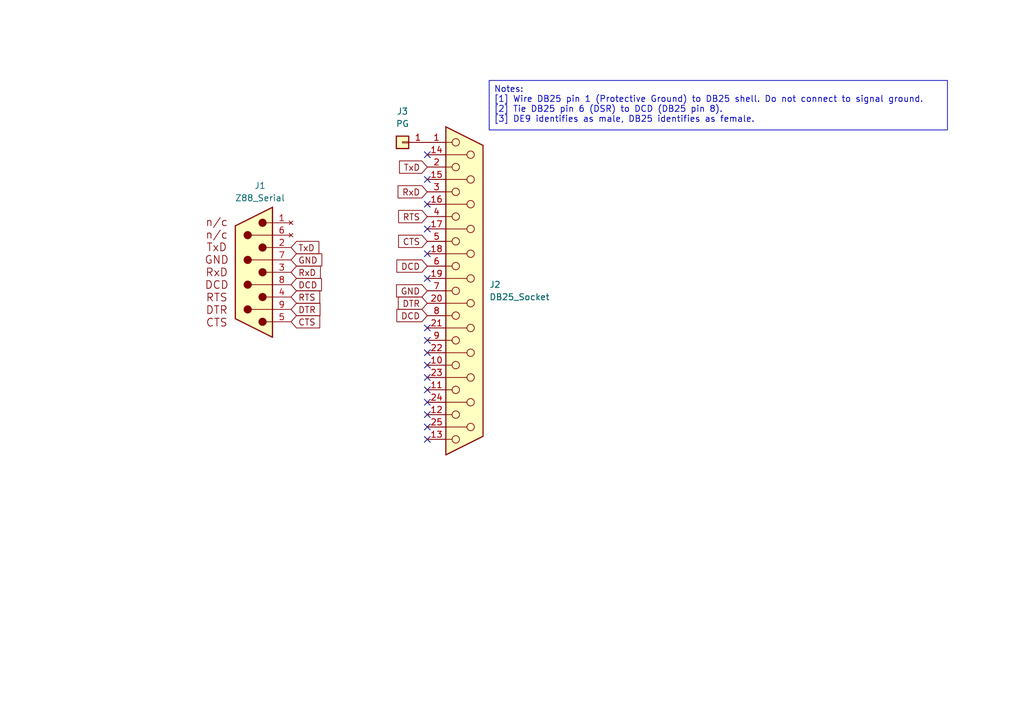
<source format=kicad_sch>
(kicad_sch (version 20250114) (generator "eeschema") (generator_version "9.0")
  (paper "A5")
  (title_block (title "Z88 Serial to DB25") (date "19-Jun-2025") (rev "A") (company "Brett Hallen") (comment 1 "www.youtube.com/@Brfff"))
  (lib_symbols
    (symbol "Clueless_Engineer:Z88_DE9"
      (property "Reference" "J" (at -4.5303 4.5748 0))
      (property "Value" "Z88_Serial" (at 0 2.54 0))
      (symbol "Z88_DE9_0_1"
        (circle (center -1.27 -5.08) (radius 0.762) (fill (type outline)))
        (circle (center -1.27 -10.16) (radius 0.762) (fill (type outline)))
        (circle (center -1.27 -15.24) (radius 0.762) (fill (type outline)))
        (circle (center -1.27 -20.32) (radius 0.762) (fill (type outline)))
        (circle (center 1.778 -2.54) (radius 0.762) (fill (type outline)))
        (circle (center 1.778 -7.62) (radius 0.762) (fill (type outline)))
        (circle (center 1.778 -12.7) (radius 0.762) (fill (type outline)))
        (circle (center 1.778 -17.78) (radius 0.762) (fill (type outline)))
        (circle (center 1.778 -22.86) (radius 0.762) (fill (type outline)))
        (polyline (pts (xy 3.81 0.635) (xy 3.81 -26.035) (xy -3.81 -22.225) (xy -3.81 -3.175) (xy 3.81 0.635)) (stroke (width 0.254)) (fill (type background)))
        (polyline (pts (xy 3.81 -2.54) (xy 2.54 -2.54)))
        (polyline (pts (xy 3.81 -5.08) (xy -0.508 -5.08)))
        (polyline (pts (xy 3.81 -7.62) (xy 2.54 -7.62)))
        (polyline (pts (xy 3.81 -10.16) (xy -0.508 -10.16)))
        (polyline (pts (xy 3.81 -12.7) (xy 2.54 -12.7)))
        (polyline (pts (xy 3.81 -15.24) (xy -0.508 -15.24)))
        (polyline (pts (xy 3.81 -17.78) (xy 2.54 -17.78)))
        (polyline (pts (xy 3.81 -20.32) (xy -0.508 -20.32)))
        (polyline (pts (xy 3.81 -22.86) (xy 2.54 -22.86)))
      )
      (symbol "Z88_DE9_1_1"
        (text "n/c\nn/c\nTxD\nGND\nRxD\nDCD\nRTS\nDTR\nCTS" (at -7.62 -12.7 0) (effects (font (size 1.6 1.6))))
        (pin no_connect line (at 7.62 -2.54 180) (length 3.81) (name "") (number "1"))
        (pin no_connect line (at 7.62 -5.08 180) (length 3.81) (name "") (number "6"))
        (pin output line (at 7.62 -7.62 180) (length 3.81) (name "") (number "2"))
        (pin power_in line (at 7.62 -10.16 180) (length 3.81) (name "") (number "7"))
        (pin input line (at 7.62 -12.7 180) (length 3.81) (name "") (number "3"))
        (pin input line (at 7.62 -15.24 180) (length 3.81) (name "") (number "8"))
        (pin output line (at 7.62 -17.78 180) (length 3.81) (name "") (number "4"))
        (pin output line (at 7.62 -20.32 180) (length 3.81) (name "") (number "9"))
        (pin input line (at 7.62 -22.86 180) (length 3.81) (name "") (number "5"))
      )
    )
    (symbol "Connector:DB25_Socket" (pin_names (offset 1.016) (hide yes))
      (property "Reference" "J" (at 0 34.29 0))
      (property "Value" "DB25_Socket" (at 0 -34.925 0))
      (symbol "DB25_Socket_0_1"
        (polyline (pts (xy -3.81 33.655) (xy 3.81 29.845) (xy 3.81 -29.845) (xy -3.81 -33.655) (xy -3.81 33.655)) (stroke (width 0.254)) (fill (type background)))
        (polyline (pts (xy -3.81 30.48) (xy -2.54 30.48)))
        (polyline (pts (xy -3.81 27.94) (xy 0.508 27.94)))
        (polyline (pts (xy -3.81 25.4) (xy -2.54 25.4)))
        (polyline (pts (xy -3.81 22.86) (xy 0.508 22.86)))
        (polyline (pts (xy -3.81 20.32) (xy -2.54 20.32)))
        (polyline (pts (xy -3.81 17.78) (xy 0.508 17.78)))
        (polyline (pts (xy -3.81 15.24) (xy -2.54 15.24)))
        (polyline (pts (xy -3.81 12.7) (xy 0.508 12.7)))
        (polyline (pts (xy -3.81 10.16) (xy -2.54 10.16)))
        (polyline (pts (xy -3.81 7.62) (xy 0.508 7.62)))
        (polyline (pts (xy -3.81 5.08) (xy -2.54 5.08)))
        (polyline (pts (xy -3.81 2.54) (xy 0.508 2.54)))
        (polyline (pts (xy -3.81 0) (xy -2.54 0)))
        (polyline (pts (xy -3.81 -2.54) (xy 0.508 -2.54)))
        (polyline (pts (xy -3.81 -5.08) (xy -2.54 -5.08)))
        (polyline (pts (xy -3.81 -7.62) (xy 0.508 -7.62)))
        (polyline (pts (xy -3.81 -10.16) (xy -2.54 -10.16)))
        (polyline (pts (xy -3.81 -12.7) (xy 0.508 -12.7)))
        (polyline (pts (xy -3.81 -15.24) (xy -2.54 -15.24)))
        (polyline (pts (xy -3.81 -17.78) (xy 0.508 -17.78)))
        (polyline (pts (xy -3.81 -20.32) (xy -2.54 -20.32)))
        (polyline (pts (xy -3.81 -22.86) (xy 0.508 -22.86)))
        (polyline (pts (xy -3.81 -25.4) (xy -2.54 -25.4)))
        (polyline (pts (xy -3.81 -27.94) (xy 0.508 -27.94)))
        (polyline (pts (xy -3.81 -30.48) (xy -2.54 -30.48)))
        (circle (center -1.778 30.48) (radius 0.762))
        (circle (center -1.778 25.4) (radius 0.762))
        (circle (center -1.778 20.32) (radius 0.762))
        (circle (center -1.778 15.24) (radius 0.762))
        (circle (center -1.778 10.16) (radius 0.762))
        (circle (center -1.778 5.08) (radius 0.762))
        (circle (center -1.778 0) (radius 0.762))
        (circle (center -1.778 -5.08) (radius 0.762))
        (circle (center -1.778 -10.16) (radius 0.762))
        (circle (center -1.778 -15.24) (radius 0.762))
        (circle (center -1.778 -20.32) (radius 0.762))
        (circle (center -1.778 -25.4) (radius 0.762))
        (circle (center -1.778 -30.48) (radius 0.762))
        (circle (center 1.27 27.94) (radius 0.762))
        (circle (center 1.27 22.86) (radius 0.762))
        (circle (center 1.27 17.78) (radius 0.762))
        (circle (center 1.27 12.7) (radius 0.762))
        (circle (center 1.27 7.62) (radius 0.762))
        (circle (center 1.27 2.54) (radius 0.762))
        (circle (center 1.27 -2.54) (radius 0.762))
        (circle (center 1.27 -7.62) (radius 0.762))
        (circle (center 1.27 -12.7) (radius 0.762))
        (circle (center 1.27 -17.78) (radius 0.762))
        (circle (center 1.27 -22.86) (radius 0.762))
        (circle (center 1.27 -27.94) (radius 0.762))
      )
      (symbol "DB25_Socket_1_1"
        (pin passive line (at -7.62 30.48 0) (length 3.81) (name "1") (number "1"))
        (pin passive line (at -7.62 27.94 0) (length 3.81) (name "P14") (number "14"))
        (pin passive line (at -7.62 25.4 0) (length 3.81) (name "2") (number "2"))
        (pin passive line (at -7.62 22.86 0) (length 3.81) (name "P15") (number "15"))
        (pin passive line (at -7.62 20.32 0) (length 3.81) (name "3") (number "3"))
        (pin passive line (at -7.62 17.78 0) (length 3.81) (name "P16") (number "16"))
        (pin passive line (at -7.62 15.24 0) (length 3.81) (name "4") (number "4"))
        (pin passive line (at -7.62 12.7 0) (length 3.81) (name "P17") (number "17"))
        (pin passive line (at -7.62 10.16 0) (length 3.81) (name "5") (number "5"))
        (pin passive line (at -7.62 7.62 0) (length 3.81) (name "P18") (number "18"))
        (pin passive line (at -7.62 5.08 0) (length 3.81) (name "6") (number "6"))
        (pin passive line (at -7.62 2.54 0) (length 3.81) (name "P19") (number "19"))
        (pin passive line (at -7.62 0 0) (length 3.81) (name "7") (number "7"))
        (pin passive line (at -7.62 -2.54 0) (length 3.81) (name "P20") (number "20"))
        (pin passive line (at -7.62 -5.08 0) (length 3.81) (name "8") (number "8"))
        (pin passive line (at -7.62 -7.62 0) (length 3.81) (name "P21") (number "21"))
        (pin passive line (at -7.62 -10.16 0) (length 3.81) (name "9") (number "9"))
        (pin passive line (at -7.62 -12.7 0) (length 3.81) (name "P22") (number "22"))
        (pin passive line (at -7.62 -15.24 0) (length 3.81) (name "10") (number "10"))
        (pin passive line (at -7.62 -17.78 0) (length 3.81) (name "P23") (number "23"))
        (pin passive line (at -7.62 -20.32 0) (length 3.81) (name "11") (number "11"))
        (pin passive line (at -7.62 -22.86 0) (length 3.81) (name "P24") (number "24"))
        (pin passive line (at -7.62 -25.4 0) (length 3.81) (name "12") (number "12"))
        (pin passive line (at -7.62 -27.94 0) (length 3.81) (name "P25") (number "25"))
        (pin passive line (at -7.62 -30.48 0) (length 3.81) (name "13") (number "13"))
      )
    )
    (symbol "Connector_Generic:Conn_01x01" (pin_names (offset 1.016) (hide yes))
      (property "Reference" "J" (at 0 2.54 0))
      (property "Value" "Conn_01x01" (at 0 -2.54 0))
      (symbol "Conn_01x01_1_1"
        (rectangle (start -1.27 1.27) (end 1.27 -1.27) (stroke (width 0.254)) (fill (type background)))
        (rectangle (start -1.27 0.127) (end 0 -0.127) (stroke (width 0.1524)))
        (pin passive line (at -5.08 0 0) (length 3.81) (name "Pin_1") (number "1"))
      )
    )
  )
  (text_box "Notes:\n[1] Wire DB25 pin 1 (Protective Ground) to DB25 shell. Do not connect to signal ground.\n[2] Tie DB25 pin 6 (DSR) to DCD (DB25 pin 8).\n[3] DE9 identifies as male, DB25 identifies as female." (at 100.33 16.51 0) (size 93.98 10.16) (margins 0.9525 0.9525 0.9525 0.9525) (effects (font (size 1.27 1.27)) (justify left top)))
  (no_connect (at 87.63 69.85))
  (no_connect (at 87.63 67.31))
  (no_connect (at 87.63 31.75))
  (no_connect (at 87.63 72.39))
  (no_connect (at 87.63 80.01))
  (no_connect (at 87.63 85.09))
  (no_connect (at 87.63 57.15))
  (no_connect (at 87.63 87.63))
  (no_connect (at 87.63 36.83))
  (no_connect (at 87.63 52.07))
  (no_connect (at 87.63 90.17))
  (no_connect (at 87.63 74.93))
  (no_connect (at 87.63 41.91))
  (no_connect (at 87.63 77.47))
  (no_connect (at 87.63 82.55))
  (no_connect (at 87.63 46.99))
  (global_label "CTS" (shape input) (at 87.63 49.53 180) (property "Intersheetrefs" "${INTERSHEET_REFS}" (effects (hide yes))))
  (global_label "DCD" (shape input) (at 87.63 64.77 180) (property "Intersheetrefs" "${INTERSHEET_REFS}" (effects (hide yes))))
  (global_label "GND" (shape input) (at 87.63 59.69 180) (property "Intersheetrefs" "${INTERSHEET_REFS}" (effects (hide yes))))
  (global_label "RxD" (shape input) (at 87.63 39.37 180) (property "Intersheetrefs" "${INTERSHEET_REFS}" (effects (hide yes))))
  (global_label "DCD" (shape input) (at 87.63 54.61 180) (property "Intersheetrefs" "${INTERSHEET_REFS}" (effects (hide yes))))
  (global_label "RTS" (shape input) (at 87.63 44.45 180) (property "Intersheetrefs" "${INTERSHEET_REFS}" (effects (hide yes))))
  (global_label "DTR" (shape input) (at 87.63 62.23 180) (property "Intersheetrefs" "${INTERSHEET_REFS}" (effects (hide yes))))
  (global_label "CTS" (shape input) (at 59.69 66.04 0) (property "Intersheetrefs" "${INTERSHEET_REFS}" (effects (hide yes))))
  (global_label "DCD" (shape input) (at 59.69 58.42 0) (property "Intersheetrefs" "${INTERSHEET_REFS}" (effects (hide yes))))
  (global_label "RxD" (shape input) (at 59.69 55.88 0) (property "Intersheetrefs" "${INTERSHEET_REFS}" (effects (hide yes))))
  (global_label "TxD" (shape input) (at 59.69 50.8 0) (property "Intersheetrefs" "${INTERSHEET_REFS}" (effects (hide yes))))
  (global_label "TxD" (shape input) (at 87.63 34.29 180) (property "Intersheetrefs" "${INTERSHEET_REFS}" (effects (hide yes))))
  (global_label "RTS" (shape input) (at 59.69 60.96 0) (property "Intersheetrefs" "${INTERSHEET_REFS}" (effects (hide yes))))
  (global_label "DTR" (shape input) (at 59.69 63.5 0) (property "Intersheetrefs" "${INTERSHEET_REFS}" (effects (hide yes))))
  (global_label "GND" (shape input) (at 59.69 53.34 0) (property "Intersheetrefs" "${INTERSHEET_REFS}" (effects (hide yes))))
  (symbol (lib_id "Clueless_Engineer:Z88_DE9") (at 52.07 43.18 0) (unit 1)
    (property "Reference" "J1" (at 53.34 38.1 0))
    (property "Value" "Z88_Serial" (at 53.34 40.64 0))
    (property "Footprint" "Connector_Dsub:DSUB-9_Pins_EdgeMount_P2.77mm" (effects (hide yes)))
  )
  (symbol (lib_id "Connector_Generic:Conn_01x01") (at 82.55 29.21 180) (unit 1)
    (property "Reference" "J3" (at 82.55 22.86 0))
    (property "Value" "PG" (at 82.55 25.4 0))
    (property "Footprint" "Connector_PinHeader_2.54mm:PinHeader_1x01_P2.54mm_Vertical" (effects (hide yes)))
    (property "Description" "Generic connector, single row, 01x01, script generated (kicad-library-utils/schlib/autogen/connector/)" (effects (hide yes)))
  )
  (symbol (lib_id "Connector:DB25_Socket") (at 95.25 59.69 0) (unit 1)
    (property "Reference" "J2" (at 100.33 58.4199 0) (effects (justify left)))
    (property "Value" "DB25_Socket" (at 100.33 60.9599 0) (effects (justify left)))
    (property "Footprint" "Connector_Dsub:DSUB-25_Socket_EdgeMount_P2.77mm" (effects (hide yes)))
    (property "Description" "25-pin D-SUB connector, socket (female)" (effects (hide yes)))
  )
)
</source>
